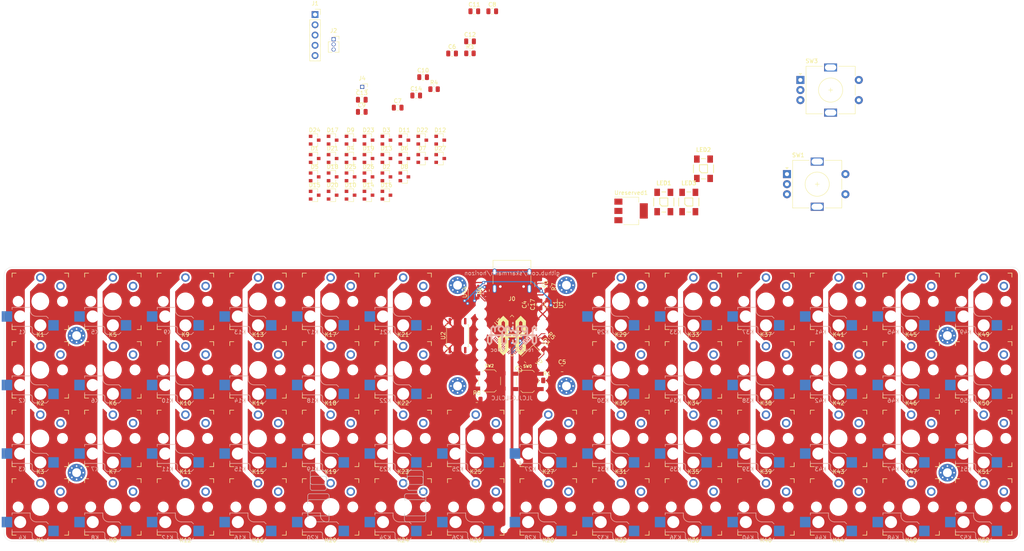
<source format=kicad_pcb>
(kicad_pcb (version 20211014) (generator pcbnew)
  (title_block (title "Horizon Choc") (date "2022-03-21") (rev "2.3") (company "skarrmann"))
  (layers (0 "F.Cu" signal) (31 "B.Cu" signal) (34 "B.Paste" user) (35 "F.Paste" user) (36 "B.SilkS" user "B.Silkscreen") (37 "F.SilkS" user "F.Silkscreen") (38 "B.Mask" user) (39 "F.Mask" user) (44 "Edge.Cuts" user))
  (net 0 "")
  (net 1 "Net-(D1-Pad2)")
  (net 2 "Net-(D2-Pad2)")
  (net 3 "Net-(D3-Pad2)")
  (net 4 "Net-(D4-Pad2)")
  (net 5 "Net-(D5-Pad2)")
  (net 6 "Net-(D6-Pad2)")
  (net 7 "Net-(D7-Pad2)")
  (net 8 "Net-(D8-Pad2)")
  (net 9 "Net-(D9-Pad2)")
  (net 10 "Net-(D10-Pad2)")
  (net 11 "Net-(D11-Pad2)")
  (net 12 "Net-(D12-Pad2)")
  (net 13 "Net-(D13-Pad2)")
  (net 14 "Net-(D14-Pad2)")
  (net 15 "Net-(D15-Pad2)")
  (net 16 "Net-(D16-Pad2)")
  (net 17 "Net-(D17-Pad2)")
  (net 18 "Net-(D18-Pad2)")
  (net 19 "Net-(D19-Pad2)")
  (net 20 "Net-(D20-Pad2)")
  (net 21 "Net-(D21-Pad2)")
  (net 22 "Net-(D22-Pad2)")
  (net 23 "Net-(D23-Pad2)")
  (net 24 "Net-(D24-Pad2)")
  (net 25 "Net-(D25-Pad2)")
  (net 26 "Net-(D26-Pad2)")
  (net 27 "Net-(D27-Pad2)")
  (net 28 "+5V")
  (net 29 "/XIN")
  (net 30 "Net-(C3-Pad1)")
  (net 31 "+3V3")
  (net 32 "+1V1")
  (net 33 "Net-(D1-Pad1)")
  (net 34 "ROW0")
  (net 35 "Net-(D2-Pad1)")
  (net 36 "Net-(D3-Pad1)")
  (net 37 "Net-(D4-Pad1)")
  (net 38 "Net-(D5-Pad1)")
  (net 39 "Net-(D6-Pad1)")
  (net 40 "Net-(D7-Pad1)")
  (net 41 "Net-(D8-Pad1)")
  (net 42 "Net-(D9-Pad1)")
  (net 43 "GND")
  (net 44 "COL1")
  (net 45 "COL2")
  (net 46 "COL3")
  (net 47 "COL4")
  (net 48 "COL5")
  (net 49 "COL6")
  (net 50 "ROW1")
  (net 51 "ROW2")
  (net 52 "ROW3")
  (net 53 "ROW4")
  (net 54 "Net-(H1-Pad1)")
  (net 55 "Net-(H2-Pad1)")
  (net 56 "Net-(H3-Pad1)")
  (net 57 "Net-(H4-Pad1)")
  (net 58 "Net-(D10-Pad1)")
  (net 59 "Net-(D11-Pad1)")
  (net 60 "Net-(D12-Pad1)")
  (net 61 "Net-(D13-Pad1)")
  (net 62 "Net-(D14-Pad1)")
  (net 63 "Net-(D15-Pad1)")
  (net 64 "Net-(D16-Pad1)")
  (net 65 "Net-(D17-Pad1)")
  (net 66 "COL9")
  (net 67 "COL10")
  (net 68 "COL11")
  (net 69 "COL12")
  (net 70 "COL13")
  (net 71 "COL14")
  (net 72 "COL7")
  (net 73 "COL8")
  (net 74 "Net-(H5-Pad1)")
  (net 75 "Net-(H6-Pad1)")
  (net 76 "Net-(H7-Pad1)")
  (net 77 "Net-(H8-Pad1)")
  (net 78 "Net-(D18-Pad1)")
  (net 79 "Net-(D19-Pad1)")
  (net 80 "Net-(D20-Pad1)")
  (net 81 "Net-(D21-Pad1)")
  (net 82 "Net-(D22-Pad1)")
  (net 83 "Net-(D23-Pad1)")
  (net 84 "Net-(D24-Pad1)")
  (net 85 "Net-(D25-Pad1)")
  (net 86 "Net-(D26-Pad1)")
  (net 87 "Net-(D27-Pad1)")
  (net 88 "VBUS")
  (net 89 "/USB_D+")
  (net 90 "Net-(J0-PadB5)")
  (net 92 "/USB_D-")
  (net 93 "Net-(J0-PadA5)")
  (net 95 "/RUN")
  (net 96 "/SWD")
  (net 97 "/SWCLK")
  (net 98 "LED_GLOW")
  (net 99 "/QSPI_SS")
  (net 100 "/~{USB_BOOT}")
  (net 101 "Net-(R3-Pad2)")
  (net 102 "Net-(R4-Pad2)")
  (net 103 "/XOUT")
  (net 104 "/QSPI_SD1")
  (net 105 "/QSPI_SD2")
  (net 106 "/QSPI_SD0")
  (net 107 "/QSPI_SCLK")
  (net 108 "/QSPI_SD3")
  (net 114 "COL0")
  (net 115 "/GPIO26_ADC0")
  (net 116 "/GPIO27_ADC1")
  (net 117 "/GPIO28_ADC2")
  (net 118 "/GPIO29_ADC3")
  (net 120 "Net-(LED1-Pad2)")
  (net 121 "ENC_2_RGT")
  (net 122 "ENC_2_LFT")
  (net 123 "Net-(LED2-Pad2)")
  (net 125 "ENC_1_RGT")
  (net 126 "ENC_1_LFT")
  (footprint "horizon-footprints:Mount_M2" (layer "F.Cu") (at 256 122)
    (fp_text reference "H4" hide)
    (fp_text value "Hole_Pad" hide)
  )
  (footprint "horizon-footprints:Mount_M2" (layer "F.Cu") (at 256 88)
    (fp_text reference "H2" hide)
    (fp_text value "Hole_Pad" hide)
  )
  (footprint "horizon-footprints:Mount_M2" (layer "F.Cu") (at 40 88)
    (fp_text reference "H1" hide)
    (fp_text value "Hole_Pad" hide)
  )
  (footprint "horizon-footprints:Mount_M2" (layer "F.Cu") (at 40 122)
    (fp_text reference "H3" hide)
    (fp_text value "Hole_Pad" hide)
  )
  (footprint "horizon-footprints:Mount_M2" (layer "F.Cu") (at 134.5 75.5)
    (fp_text reference "H5" hide)
    (fp_text value "Hole_Pad" hide)
  )
  (footprint "horizon-footprints:Mount_M2" (layer "F.Cu") (at 161.5 75.5)
    (fp_text reference "H6" hide)
    (fp_text value "Hole_Pad" hide)
  )
  (footprint "horizon-footprints:Mount_M2" (layer "F.Cu") (at 134.5 100.5)
    (fp_text reference "H7" hide)
    (fp_text value "Hole_Pad" hide)
  )
  (footprint "horizon-footprints:Mount_M2" (layer "F.Cu") (at 161.5 100.5)
    (fp_text reference "H8" hide)
    (fp_text value "Hole_Pad" hide)
  )
  (footprint "horizon-footprints:Logo_Horizon_H" (layer "F.Cu") (at 148 88)
    (fp_text reference "LOGO2" hide)
    (fp_text value "Logo-Top" hide)
  )
  (footprint "keyswitches:Kailh_socket_PG1350_optional" (layer "F.Cu") (at 49 130.5 180)
    (fp_text reference "K8")
    (fp_text value "KEYSW")
  )
  (footprint "keyswitches:Kailh_socket_PG1350_optional" (layer "F.Cu") (at 139 130.5 180)
    (fp_text reference "K26")
    (fp_text value "KEYSW")
  )
  (footprint "Capacitor_SMD:C_0805_2012Metric" (layer "F.Cu") (at 154.81 80.3 90)
    (fp_text reference "C17")
    (fp_text value "10u")
  )
  (footprint "Package_TO_SOT_SMD:SOT-23" (layer "F.Cu") (at 107.95 39.52)
    (fp_text reference "D9")
    (fp_text value "BAV70")
  )
  (footprint "keyswitches:Kailh_socket_PG1350_optional" (layer "F.Cu") (at 211 96.5 180)
    (fp_text reference "K38")
    (fp_text value "KEYSW")
  )
  (footprint "Capacitor_SMD:C_0805_2012Metric" (layer "F.Cu") (at 160.49 80.3 90)
    (fp_text reference "C1")
    (fp_text value "10u")
  )
  (footprint "Package_TO_SOT_SMD:SOT-23" (layer "F.Cu") (at 116.85 48.62)
    (fp_text reference "D2")
    (fp_text value "BAV70")
  )
  (footprint "Package_TO_SOT_SMD:SOT-23" (layer "F.Cu") (at 125.75 39.52)
    (fp_text reference "D22")
    (fp_text value "BAV70")
  )
  (footprint "keyswitches:Kailh_socket_PG1350_optional" (layer "F.Cu") (at 121 130.5 180)
    (fp_text reference "K24")
    (fp_text value "KEYSW")
  )
  (footprint "Keebio-Parts:RotaryEncoder_Alps_EC11E-Switch_Vertical_H20mm" (layer "F.Cu") (at 223.705 50.435)
    (fp_text reference "SW1")
    (fp_text value "RotaryEncoder_Switch")
  )
  (footprint "keyswitches:Kailh_socket_PG1350_optional" (layer "F.Cu") (at 139 113.5 180)
    (fp_text reference "K25")
    (fp_text value "KEYSW")
  )
  (footprint "Capacitor_SMD:C_0805_2012Metric" (layer "F.Cu") (at 125.95 23.89)
    (fp_text reference "C10")
    (fp_text value "1u")
  )
  (footprint "Package_TO_SOT_SMD:SOT-23" (layer "F.Cu") (at 125.75 44.07)
    (fp_text reference "D7")
    (fp_text value "BAV70")
  )
  (footprint "Capacitor_SMD:C_0805_2012Metric" (layer "F.Cu") (at 133.14 18.02)
    (fp_text reference "C6")
    (fp_text value "100n")
  )
  (footprint "Package_TO_SOT_SMD:SOT-23" (layer "F.Cu") (at 99.05 44.07)
    (fp_text reference "D1")
    (fp_text value "BAV70")
  )
  (footprint "Capacitor_SMD:C_0805_2012Metric" (layer "F.Cu") (at 155.24 90.66 -45)
    (fp_text reference "C3")
    (fp_text value "22pf")
  )
  (footprint "keyswitches:Kailh_socket_PG1350_optional" (layer "F.Cu") (at 175 113.5 180)
    (fp_text reference "K31")
    (fp_text value "KEYSW")
  )
  (footprint "Package_TO_SOT_SMD:SOT-23" (layer "F.Cu") (at 112.4 48.62)
    (fp_text reference "D26")
    (fp_text value "BAV70")
  )
  (footprint "Package_TO_SOT_SMD:SOT-23" (layer "F.Cu") (at 121.3 48.62)
    (fp_text reference "D8")
    (fp_text value "BAV70")
  )
  (footprint "Package_TO_SOT_SMD:SOT-23" (layer "F.Cu") (at 107.95 44.07)
    (fp_text reference "D4")
    (fp_text value "BAV70")
  )
  (footprint "Package_TO_SOT_SMD:SOT-23" (layer "F.Cu") (at 99.05 53.17)
    (fp_text reference "D15")
    (fp_text value "BAV70")
  )
  (footprint "Package_TO_SOT_SMD:SOT-23" (layer "F.Cu") (at 116.85 39.52)
    (fp_text reference "D3")
    (fp_text value "BAV70")
  )
  (footprint "Capacitor_SMD:C_0805_2012Metric" (layer "F.Cu") (at 110.74 29.49)
    (fp_text reference "C13")
    (fp_text value "100n")
  )
  (footprint "keyswitches:Kailh_socket_PG1350_optional" (layer "F.Cu") (at 67 96.5 180)
    (fp_text reference "K10")
    (fp_text value "KEYSW")
  )
  (footprint "Package_TO_SOT_SMD:SOT-23" (layer "F.Cu") (at 121.3 44.07)
    (fp_text reference "D6")
    (fp_text value "BAV70")
  )
  (footprint "keyswitches:Kailh_socket_PG1350_optional" (layer "F.Cu") (at 67 113.5 180)
    (fp_text reference "K11")
    (fp_text value "KEYSW")
  )
  (footprint "keyswitches:Kailh_socket_PG1350_optional" (layer "F.Cu") (at 211 113.5 180)
    (fp_text reference "K39")
    (fp_text value "KEYSW")
  )
  (footprint "keyswitches:Kailh_socket_PG1350_optional" (layer "F.Cu") (at 121 79.5 180)
    (fp_text reference "K21")
    (fp_text value "KEYSW")
  )
  (footprint "keyswitches:Kailh_socket_PG1350_optional" (layer "F.Cu") (at 175 96.5 180)
    (fp_text reference "K30")
    (fp_text value "KEYSW")
  )
  (footprint "Keebio-Parts:RotaryEncoder_Alps_EC11E-Switch_Vertical_H20mm" (layer "F.Cu") (at 227.03 27.09)
    (fp_text reference "SW3")
    (fp_text value "RotaryEncoder_Switch")
  )
  (footprint "Capacitor_SMD:C_0805_2012Metric" (layer "F.Cu") (at 143.1 7.55)
    (fp_text reference "C8")
    (fp_text value "1u")
  )
  (footprint "Resistor_SMD:R_0805_2012Metric" (layer "F.Cu") (at 141.62 76.82 90)
    (fp_text reference "R6")
    (fp_text value "5.1k")
  )
  (footprint "keyswitches:Kailh_socket_PG1350_optional" (layer "F.Cu") (at 121 96.5 180)
    (fp_text reference "K22")
    (fp_text value "KEYSW")
  )
  (footprint "Connector_PinSocket_1.27mm:PinSocket_1x03_P1.27mm_Vertical" (layer "F.Cu") (at 103.75 14.49)
    (fp_text reference "J2")
    (fp_text value "Conn_01x03_Male")
  )
  (footprint "Package_TO_SOT_SMD:SOT-23" (layer "F.Cu") (at 112.4 39.52)
    (fp_text reference "D23")
    (fp_text value "BAV70")
  )
  (footprint "keyswitches:Kailh_socket_PG1350_optional" (layer "F.Cu") (at 49 79.5 180)
    (fp_text reference "K5")
    (fp_text value "KEYSW")
  )
  (footprint "keyswitches:Kailh_socket_PG1350_optional" (layer "F.Cu") (at 265 130.5 180)
    (fp_text reference "K52")
    (fp_text value "KEYSW")
  )
  (footprint "Package_TO_SOT_SMD:SOT-23" (layer "F.Cu") (at 107.95 53.17)
    (fp_text reference "D10")
    (fp_text value "BAV70")
  )
  (footprint "keyswitches:Kailh_socket_PG1350_optional" (layer "F.Cu") (at 247 130.5 180)
    (fp_text reference "K48")
    (fp_text value "KEYSW")
  )
  (footprint "Keebio-Parts:SW_SPST_TL3342" (layer "F.Cu") (at 151.86 99.36)
    (fp_text reference "SW0")
    (fp_text value "RESET ")
  )
  (footprint "keyswitches:Kailh_socket_PG1350_optional" (layer "F.Cu") (at 247 113.5 180)
    (fp_text reference "K47")
    (fp_text value "KEYSW")
  )
  (footprint "Package_TO_SOT_SMD:SOT-23" (layer "F.Cu") (at 103.5 48.62)
    (fp_text reference "D18")
    (fp_text value "BAV70")
  )
  (footprint "Package_TO_SOT_SMD:SOT-23" (layer "F.Cu") (at 112.4 53.17)
    (fp_text reference "D14")
    (fp_text value "BAV70")
  )
  (footprint "keyswitches:Kailh_socket_PG1350_optional" (layer "F.Cu") (at 85 130.5 180)
    (fp_text reference "K16")
    (fp_text value "KEYSW")
  )
  (footprint "Capacitor_SMD:C_0805_2012Metric" (layer "F.Cu") (at 160.43 96.22)
    (fp_text reference "C5")
    (fp_text value "100n")
  )
  (footprint "keyswitches:Kailh_socket_PG1350_optional" (layer "F.Cu") (at 175 130.5 180)
    (fp_text reference "K32")
    (fp_text value "KEYSW")
  )
  (footprint "Resistor_SMD:R_0805_2012Metric" (layer "F.Cu") (at 139.27 103.87)
    (fp_text reference "R8")
    (fp_text value "10k")
  )
  (footprint "Connector_PinSocket_1.27mm:PinSocket_1x01_P1.27mm_Vertical" (layer "F.Cu") (at 110.84 26.31)
    (fp_text reference "J4")
    (fp_text value "Conn_01x01_Male")
  )
  (footprint "keyswitches:Kailh_socket_PG1350_optional" (layer "F.Cu") (at 31 79.5 180)
    (fp_text reference "K1")
    (fp_text value "KEYSW")
  )
  (footprint "keyswitches:Kailh_socket_PG1350_optional" (layer "F.Cu") (at 175 79.5 180)
    (fp_text reference "K29")
    (fp_text value "KEYSW")
  )
  (footprint "Package_TO_SOT_SMD:SOT-23" (layer "F.Cu") (at 99.05 39.52)
    (fp_text reference "D24")
    (fp_text value "BAV70")
  )
  (footprint "keyswitches:Kailh_socket_PG1350_optional" (layer "F.Cu") (at 229 79.5 180)
    (fp_text reference "K41")
    (fp_text value "KEYSW")
  )
  (footprint "Capacitor_SMD:C_0805_2012Metric" (layer "F.Cu") (at 138.65 7.55)
    (fp_text reference "C11")
    (fp_text value "100n")
  )
  (footprint "WS2812B:WS2812B" (layer "F.Cu") (at 191.85 54.86)
    (fp_text reference "LED3")
    (fp_text value "WS2812B" hide)
  )
  (footprint "Package_TO_SOT_SMD:SOT-23" (layer "F.Cu") (at 130.2 44.07)
    (fp_text reference "D27")
    (fp_text value "BAV70")
  )
  (footprint "Capacitor_SMD:C_0805_2012Metric" (layer "F.Cu") (at 124.24 28.44)
    (fp_text reference "C14")
    (fp_text value "100n")
  )
  (footprint "Package_TO_SOT_SMD:SOT-23" (layer "F.Cu") (at 130.2 39.52)
    (fp_text reference "D12")
    (fp_text value "BAV70")
  )
  (footprint "Package_TO_SOT_SMD:SOT-23" (layer "F.Cu") (at 116.85 53.17)
    (fp_text reference "D16")
    (fp_text value "BAV70")
  )
  (footprint "RP2040:RP2040-QFN-56" (layer "F.Cu") (at 148 88.01 45)
    (fp_text reference "U3")
    (fp_text value "RP2040")
  )
  (footprint "Package_TO_SOT_SMD:SOT-223-3_TabPin2" (layer "F.Cu") (at 177.54 57.07)
    (fp_text reference "Ureserved1")
    (fp_text value "larger footprint, more mA available")
  )
  (footprint "Resistor_SMD:R_0805_2012Metric" (layer "F.Cu") (at 156.65 89.22 -45)
    (fp_text reference "R5")
    (fp_text value "1k")
  )
  (footprint "keyswitches:Kailh_socket_PG1350_optional" (layer "F.Cu") (at 31 130.5 180)
    (fp_text reference "K4")
    (fp_text value "KEYSW")
  )
  (footprint "keyswitches:Kailh_socket_PG1350_optional" (layer "F.Cu") (at 193 79.5 180)
    (fp_text reference "K33")
    (fp_text value "KEYSW")
  )
  (footprint "keyswitches:Kailh_socket_PG1350_optional" (layer "F.Cu") (at 121 113.5 180)
    (fp_text reference "K23")
    (fp_text value "KEYSW")
  )
  (footprint "Capacitor_SMD:C_0805_2012Metric" (layer "F.Cu") (at 150.77 95.14 135)
    (fp_text reference "C2")
    (fp_text value "22pf")
  )
  (footprint "keyswitches:Kailh_socket_PG1350_optional" (layer "F.Cu") (at 49 96.5 180)
    (fp_text reference "K6")
    (fp_text value "KEYSW")
  )
  (footprint "marbastlib-choc-untested:STAB_choc_2u" (layer "F.Cu") (at 111.99 130.42)
    (fp_text reference "REF**" hide)
    (fp_text value "STAB_choc_2u" hide)
    (fp_line (start 9.35 1.8) (end 9.35 -2.7) (layer "Edge.Cuts") (width 0.12))
    (fp_line (start -14.65 1.8) (end -14.65 -2.7) (layer "Edge.Cuts") (width 0.12))
    (fp_line (start -9.35 1.8) (end -9.35 -2.7) (layer "Edge.Cuts") (width 0.12))
    (fp_line (start -14.15 -3.2) (end -9.85 -3.2) (layer "Edge.Cuts") (width 0.12))
    (fp_line (start 14 -6) (end 14 -8.5) (layer "Edge.Cuts") (width 0.12))
    (fp_line (start -13.5 -9) (end -10.5 -9) (layer "Edge.Cuts") (width 0.12))
    (fp_line (start 13.5 -5.5) (end 10.5 -5.5) (layer "Edge.Cuts") (width 0.12))
    (fp_line (start 13.5 -9) (end 10.5 -9) (layer "Edge.Cuts") (width 0.12))
    (fp_line (start 14.15 2.3) (end 9.85 2.3) (layer "Edge.Cuts") (width 0.12))
    (fp_line (start 14.15 -3.2) (end 9.85 -3.2) (layer "Edge.Cuts") (width 0.12))
    (fp_line (start -10 -6) (end -10 -8.5) (layer "Edge.Cuts") (width 0.12))
    (fp_line (start 14.65 1.8) (end 14.65 -2.7) (layer "Edge.Cuts") (width 0.12))
    (fp_line (start 10 -6) (end 10 -8.5) (layer "Edge.Cuts") (width 0.12))
    (fp_line (start -14 -6) (end -14 -8.5) (layer "Edge.Cuts") (width 0.12))
    (fp_line (start -13.5 -5.5) (end -10.5 -5.5) (layer "Edge.Cuts") (width 0.12))
    (fp_line (start -14.15 2.3) (end -9.85 2.3) (layer "Edge.Cuts") (width 0.12))
    (fp_arc (start 10.5 -5.5) (mid 10.146447 -5.646447) (end 10 -6) (layer "Edge.Cuts") (width 0.12))
    (fp_arc (start 14.15 -3.2) (mid 14.503553 -3.053553) (end 14.65 -2.7) (layer "Edge.Cuts") (width 0.12))
    (fp_arc (start -10.5 -9) (mid -10.146447 -8.853553) (end -10 -8.5) (layer "Edge.Cuts") (width 0.12))
    (fp_arc (start -9.35 1.8) (mid -9.496447 2.153553) (end -9.85 2.3) (layer "Edge.Cuts") (width 0.12))
    (fp_arc (start 14 -6) (mid 13.853553 -5.646447) (end 13.5 -5.5) (layer "Edge.Cuts") (width 0.12))
    (fp_arc (start 10 -8.5) (mid 10.146447 -8.853553) (end 10.5 -9) (layer "Edge.Cuts") (width 0.12))
    (fp_arc (start 9.35 -2.7) (mid 9.496447 -3.053553) (end 9.85 -3.2) (layer "Edge.Cuts") (width 0.12))
    (fp_arc (start -14.15 2.3) (mid -14.503553 2.153553) (end -14.65 1.8) (layer "Edge.Cuts") (width 0.12))
    (fp_arc (start -10 -6) (mid -10.146447 -5.646447) (end -10.5 -5.5) (layer "Edge.Cuts") (width 0.12))
    (fp_arc (start -14.65 -2.7) (mid -14.503553 -3.053553) (end -14.15 -3.2) (layer "Edge.Cuts") (width 0.12))
    (fp_arc (start -9.85 -3.2) (mid -9.496447 -3.053553) (end -9.35 -2.7) (layer "Edge.Cuts") (width 0.12))
    (fp_arc (start 13.5 -9) (mid 13.853553 -8.853553) (end 14 -8.5) (layer "Edge.Cuts") (width 0.12))
    (fp_arc (start 14.65 1.8) (mid 14.503553 2.153553) (end 14.15 2.3) (layer "Edge.Cuts") (width 0.12))
    (fp_arc (start -14 -8.5) (mid -13.853553 -8.853553) (end -13.5 -9) (layer "Edge.Cuts") (width 0.12))
    (fp_arc (start 9.85 2.3) (mid 9.496447 2.153553) (end 9.35 1.8) (layer "Edge.Cuts") (width 0.12))
    (fp_arc (start -13.5 -5.5) (mid -13.853553 -5.646447) (end -14 -6) (layer "Edge.Cuts") (width 0.12))
  )
  (footprint "keyswitches:Kailh_socket_PG1350_optional" (layer "F.Cu") (at 193 113.5 180)
    (fp_text reference "K35")
    (fp_text value "KEYSW")
  )
  (footprint "Capacitor_SMD:C_0805_2012Metric" (layer "F.Cu") (at 152.77 80.3 90)
    (fp_text reference "C4")
    (fp_text value "10u")
  )
  (footprint "keyswitches:Kailh_socket_PG1350_optional" (layer "F.Cu") (at 67 79.5 180)
    (fp_text reference "K9")
    (fp_text value "KEYSW")
  )
  (footprint "keyswitches:Kailh_socket_PG1350_optional" (layer "F.Cu") (at 193 96.5 180)
    (fp_text reference "K34")
    (fp_text value "KEYSW")
  )
  (footprint "keyswitches:Kailh_socket_PG1350_optional" (layer "F.Cu") (at 103 96.5 180)
    (fp_text reference "K18")
    (fp_text value "KEYSW")
  )
  (footprint "keyswitches:Kailh_socket_PG1350_optional" (layer "F.Cu") (at 211 79.5 180)
    (fp_text reference "K37")
    (fp_text value "KEYSW")
  )
  (footprint "keyswitches:Kailh_socket_PG1350_optional" (layer "F.Cu") (at 103 130.5 180)
    (fp_text reference "K20")
    (fp_text value "KEYSW")
  )
  (footprint "Package_TO_SOT_SMD:SOT-23" (layer "F.Cu") (at 103.5 44.07)
    (fp_text reference "D21")
    (fp_text value "BAV70")
  )
  (footprint "Package_TO_SOT_SMD:SOT-23" (layer "F.Cu") (at 107.95 48.62)
    (fp_text reference "D25")
    (fp_text value "BAV70")
  )
  (footprint "keyswitches:Kailh_socket_PG1350_optional" (layer "F.Cu") (at 247 96.5 180)
    (fp_text reference "K46")
    (fp_text value "KEYSW")
  )
  (footprint "Resistor_SMD:R_0805_2012Metric" (layer "F.Cu") (at 156.66 99.11)
    (fp_text reference "R1")
    (fp_text value "1k")
  )
  (footprint "Package_TO_SOT_SMD:SOT-23" (layer "F.Cu") (at 157.66 80.3 -90)
    (fp_text reference "U1")
    (fp_text value "XC6206 smaller footprint")
  )
  (footprint "Package_TO_SOT_SMD:SOT-23-6" (layer "F.Cu") (at 138.69 77.19 90)
    (fp_text reference "U44")
    (fp_text value "SRV05-4")
  )
  (footprint "keyswitches:Kailh_socket_PG1350_optional" (layer "F.Cu") (at 103 113.5 180)
    (fp_text reference "K19")
    (fp_text value "KEYSW")
  )
  (footprint "keyswitches:Kailh_socket_PG1350_optional" (layer "F.Cu") (at 265 96.5 180)
    (fp_text reference "K50")
    (fp_text value "KEYSW")
  )
  (footprint "keyswitches:Kailh_socket_PG1350_optional" (layer "F.Cu") (at 229 96.5 180)
    (fp_text reference "K42")
    (fp_text value "KEYSW")
  )
  (footprint "keyswitches:Kailh_socket_PG1350_optional" (layer "F.Cu") (at 31 96.5 180)
    (fp_text reference "K2")
    (fp_text value "KEYSW")
  )
  (footprint "Capacitor_SMD:C_0805_2012Metric" (layer "F.Cu") (at 110.74 32.5)
    (fp_text reference "C9")
    (fp_text value "100n")
  )
  (footprint "keyswitches:Kailh_socket_PG1350_optional" (layer "F.Cu") (at 31 113.5 180)
    (fp_text reference "K3")
    (fp_text value "KEYSW")
  )
  (footprint "keyswitches:Kailh_socket_PG1350_optional" (layer "F.Cu") (at 49 113.5 180)
    (fp_text reference "K7")
    (fp_text value "KEYSW")
  )
  (footprint "Package_TO_SOT_SMD:SOT-23" (layer "F.Cu") (at 121.3 39.52)
    (fp_text reference "D11")
    (fp_text value "BAV70")
  )
  (footprint "keyswitches:Kailh_socket_PG1350_optional" (layer "F.Cu") (at 265 79.5 180)
    (fp_text reference "K49")
    (fp_text value "KEYSW")
  )
  (footprint "Connector_USB:USB_C_Receptacle_HRO_TYPE-C-31-M-12" (layer "F.Cu") (at 147.99 73.23 180)
    (fp_text reference "J0")
    (fp_text value "USB_C_Receptacle_USB2.0")
  )
  (footprint "keyswitches:Kailh_socket_PG1350_optional" (layer "F.Cu") (at 193 130.5 180)
    (fp_text reference "K36")
    (fp_text value "KEYSW")
  )
  (footprint "keyswitches:Kailh_socket_PG1350_optional" (layer "F.Cu") (at 229 130.5 180)
    (fp_text reference "K44")
    (fp_text value "KEYSW")
  )
  (footprint "Package_TO_SOT_SMD:SOT-23" (layer "F.Cu") (at 103.5 53.17)
    (fp_text reference "D20")
    (fp_text value "BAV70")
  )
  (footprint "Resistor_SMD:R_0805_2012Metric" (layer "F.Cu") (at 156.75 75.89 -90)
    (fp_text reference "R7")
    (fp_text value "5.1k")
  )
  (footprint "keyswitches:Kailh_socket_PG1350_optional" (layer "F.Cu") (at 85 96.5 180)
    (fp_text reference "K14")
    (fp_text value "KEYSW")
  )
  (footprint "Package_TO_SOT_SMD:SOT-23" (layer "F.Cu") (at 103.5 39.52)
    (fp_text reference "D17")
    (fp_text value "BAV70")
  )
  (footprint "keyswitches:Kailh_socket_PG1350_optional" (layer "F.Cu") (at 85 79.5 180)
    (fp_text reference "K13")
    (fp_text value "KEYSW")
  )
  (footprint "Resistor_SMD:R_0805_2012Metric" (layer "F.Cu") (at 137.57 17.99)
    (fp_text reference "R3")
    (fp_text value "27")
  )
  (footprint "keyswitches:Kailh_socket_PG1350_optional" (layer "F.Cu") (at 157 113.5 180)
    (fp_text reference "K27")
    (fp_text value "KEYSW")
  )
  (footprint "keyswitches:Kailh_socket_PG1350_optional" (layer "F.Cu") (at 211 130.5 180)
    (fp_text reference "K40")
    (fp_text value "KEYSW")
  )
  (footprint "keyswitches:Kailh_socket_PG1350_optional" (layer "F.Cu") (at 265 113.5 180)
    (fp_text reference "K51")
    (fp_text value "KEYSW")
  )
  (footprint "keyswitches:Kailh_socket_PG1350_optional" (layer "F.Cu") (at 157 130.5 180)
    (fp_text reference "K28")
    (fp_text value "KEYSW")
  )
  (footprint "Package_TO_SOT_SMD:SOT-23" (layer "F.Cu") (at 112.4 44.07)
    (fp_text reference "D19")
    (fp_text value "BAV70")
  )
  (footprint "Connector_PinSocket_2.54mm:PinSocket_1x05_P2.54mm_Vertical" (layer "F.Cu") (at 99.15 8.37)
    (fp_text reference "J1")
    (fp_text value "BREAKOUT")
  )
  (footprint "keyswitches:Kailh_socket_PG1350_optional" (layer "F.Cu") (at 67 130.5 180)
    (fp_text reference "K12")
    (fp_text value "KEYSW")
  )
  (footprint "marbastlib-choc-untested:STAB_choc_2u" (layer "F.Cu") (at 111.9625 131.8875)
    (fp_text reference "REF**" hide)
    (fp_text value "STAB_choc_2u" hide)
    (fp_line (start 14 -6) (end 14 -8.5) (layer "Edge.Cuts") (width 0.12))
    (fp_line (start -10 -6) (end -10 -8.5) (layer "Edge.Cuts") (width 0.12))
    (fp_line (start 14.65 1.8) (end 14.65 -2.7) (layer "Edge.Cuts") (width 0.12))
    (fp_line (start 13.5 -5.5) (end 10.5 -5.5) (layer "Edge.Cuts") (width 0.12))
    (fp_line (start 14.15 2.3) (end 9.85 2.3) (layer "Edge.Cuts") (width 0.12))
    (fp_line (start -14.15 -3.2) (end -9.85 -3.2) (layer "Edge.Cuts") (width 0.12))
    (fp_line (start -9.35 1.8) (end -9.35 -2.7) (layer "Edge.Cuts") (width 0.12))
    (fp_line (start 10 -6) (end 10 -8.5) (layer "Edge.Cuts") (width 0.12))
    (fp_line (start -13.5 -5.5) (end -10.5 -5.5) (layer "Edge.Cuts") (width 0.12))
    (fp_line (start -14.15 2.3) (end -9.85 2.3) (layer "Edge.Cuts") (width 0.12))
    (fp_line (start -14.65 1.8) (end -14.65 -2.7) (layer "Edge.Cuts") (width 0.12))
    (fp_line (start 9.35 1.8) (end 9.35 -2.7) (layer "Edge.Cuts") (width 0.12))
    (fp_line (start -14 -6) (end -14 -8.5) (layer "Edge.Cuts") (width 0.12))
    (fp_line (start 13.5 -9) (end 10.5 -9) (layer "Edge.Cuts") (width 0.12))
    (fp_line (start 14.15 -3.2) (end 9.85 -3.2) (layer "Edge.Cuts") (width 0.12))
    (fp_line (start -13.5 -9) (end -10.5 -9) (layer "Edge.Cuts") (width 0.12))
    (fp_arc (start 10.5 -5.5) (mid 10.146447 -5.646447) (end 10 -6) (layer "Edge.Cuts") (width 0.12))
    (fp_arc (start -9.85 -3.2) (mid -9.496447 -3.053553) (end -9.35 -2.7) (layer "Edge.Cuts") (width 0.12))
    (fp_arc (start -14 -8.5) (mid -13.853553 -8.853553) (end -13.5 -9) (layer "Edge.Cuts") (width 0.12))
    (fp_arc (start 14.15 -3.2) (mid 14.503553 -3.053553) (end 14.65 -2.7) (layer "Edge.Cuts") (width 0.12))
    (fp_arc (start 13.5 -9) (mid 13.853553 -8.853553) (end 14 -8.5) (layer "Edge.Cuts") (width 0.12))
    (fp_arc (start -13.5 -5.5) (mid -13.853553 -5.646447) (end -14 -6) (layer "Edge.Cuts") (width 0.12))
    (fp_arc (start 14.65 1.8) (mid 14.503553 2.153553) (end 14.15 2.3) (layer "Edge.Cuts") (width 0.12))
    (fp_arc (start 14 -6) (mid 13.853553 -5.646447) (end 13.5 -5.5) (layer "Edge.Cuts") (width 0.12))
    (fp_arc (start 9.35 -2.7) (mid 9.496447 -3.053553) (end 9.85 -3.2) (layer "Edge.Cuts") (width 0.12))
    (fp_arc (start -10 -6) (mid -10.146447 -5.646447) (end -10.5 -5.5) (layer "Edge.Cuts") (width 0.12))
    (fp_arc (start -9.35 1.8) (mid -9.496447 2.153553) (end -9.85 2.3) (layer "Edge.Cuts") (width 0.12))
    (fp_arc (start 9.85 2.3) (mid 9.496447 2.153553) (end 9.35 1.8) (layer "Edge.Cuts") (width 0.12))
    (fp_arc (start 10 -8.5) (mid 10.146447 -8.853553) (end 10.5 -9) (layer "Edge.Cuts") (width 0.12))
    (fp_arc (start -10.5 -9) (mid -10.146447 -8.853553) (end -10 -8.5) (layer "Edge.Cuts") (width 0.12))
    (fp_arc (start -14.15 2.3) (mid -14.503553 2.153553) (end -14.65 1.8) (layer "Edge.Cuts") (width 0.12))
    (fp_arc (start -14.65 -2.7) (mid -14.503553 -3.053553) (end -14.15 -3.2) (layer "Edge.Cuts") (width 0.12))
  )
  (footprint "keyswitches:Kailh_socket_PG1350_optional" (layer "F.Cu") (at 103 79.5 180)
    (fp_text reference "K17")
    (fp_text value "KEYSW")
  )
  (footprint "Capacitor_SMD:C_0805_2012Metric" (layer "F.Cu") (at 137.59 15.01)
    (fp_text reference "C12")
    (fp_text value "100n")
  )
  (footprint "Crystal:Crystal_SMD_3225-4Pin_3.2x2.5mm" (layer "F.Cu") (at 153.01 92.9 -135)
    (fp_text reference "Y0")
    (fp_text value "12MHZ Crystal ")
  )
  (footprint "Package_SO:SOIC-8_5.23x5.23mm_P1.27mm" (layer "F.Cu") (at 134.49 88.01 90)
    (fp_text reference "U2")
    (fp_text value "W25Q128JVS")
  )
  (footprint "keyswitches:Kailh_socket_PG1350_optional" (layer "F.Cu") (at 85 113.5 180)
    (fp_text reference "K15")
    (fp_text value "KEYSW")
  )
  (footprint "Resistor_SMD:R_0805_2012Metric" (layer "F.Cu") (at 128.67 26.87)
    (fp_text reference "R4")
    (fp_text value "27")
  )
  (footprint "Keebio-Parts:SW_SPST_TL3342" (layer "F.Cu") (at 142.41 99.24)
    (fp_text reference "SW2")
    (fp_text value "RESET")
  )
  (footprint "keyswitches:Kailh_socket_PG1350_optional" (layer "F.Cu") (at 247 79.5 180)
    (fp_text reference "K45")
    (fp_text value "KEYSW")
  )
  (footprint "keyswitches:Kailh_socket_PG1350_optional" (layer "F.Cu") (at 229 113.5 180)
    (fp_text reference "K43")
    (fp_text value "KEYSW")
  )
  (footprint "Capacitor_SMD:C_0805_2012Metric" (layer "F.Cu") (at 119.64 31.45)
    (fp_text reference "C7")
    (fp_text value "100n")
  )
  (footprint "WS2812B:WS2812B" (layer "F.Cu") (at 195.5 46.61)
    (fp_text reference "LED2")
    (fp_text value "WS2812B" hide)
  )
  (footprint "Package_TO_SOT_SMD:SOT-23" (layer "F.Cu") (at 116.85 44.07)
    (fp_text reference "D13")
    (fp_text value "BAV70")
  )
  (footprint "Fuse:Fuse_1206_3216Metric" (layer "F.Cu") (at 154.58 75.29 -90)
    (fp_text reference "F0")
    (fp_text value "polyfuse")
  )
  (footprint "WS2812B:WS2812B" (layer "F.Cu") (at 185.65 54.86)
    (fp_text reference "LED1")
    (fp_text value "WS2812B" hide)
  )
  (footprint "Package_TO_SOT_SMD:SOT-23" (layer "F.Cu") (at 99.05 48.62)
    (fp_text reference "D5")
    (fp_text value "BAV70")
  )
  (footprint "horizon-footprints:Logo_Horizon_Small" (layer "B.Cu") (at 148 87.5 180)
    (fp_text reference "LOGO1" hide)
    (fp_text value "Logo-Bottom" hide)
  )
  (gr_line (start 22 137) (end 22 73) (layer "Edge.Cuts") (width 0.05))
  (gr_line (start 24 139) (end 272 139) (layer "Edge.Cuts") (width 0.05))
  (gr_arc (start 274 137) (mid 273.414214 138.414214) (end 272 139) (layer "Edge.Cuts") (width 0.05))
  (gr_arc (start 22 73) (mid 22.585786 71.585786) (end 24 71) (layer "Edge.Cuts") (width 0.05))
  (gr_line (start 24 71) (end 272 71) (layer "Edge.Cuts") (width 0.05))
  (gr_line (start 274 73) (end 274 137) (layer "Edge.Cuts") (width 0.05))
  (gr_arc (start 24 139) (mid 22.585786 138.414214) (end 22 137) (layer "Edge.Cuts") (width 0.05))
  (gr_arc (start 272 71) (mid 273.414214 71.585786) (end 274 73) (layer "Edge.Cuts") (width 0.05))
  (gr_text "JLCJLCJLCJLC" (at 148 103.5) (layer "B.SilkS") (effects (font (size 1 1)) (justify mirror)))
  (gr_text "rev2.3 | Choc" (at 148 91.5) (layer "B.SilkS") (effects (font (size 1 1)) (justify mirror)))
  (gr_text "github.com/skarrmann/horizon" (at 148 72.5) (layer "B.SilkS") (effects (font (size 1 1)) (justify mirror)))
  (segment (start 160.49 81.25) (end 157.71 81.25) (width 0.3) (layer "F.Cu") (net 28))
  (segment (start 157.66 81.3) (end 157.66 80.45) (width 0.3) (layer "F.Cu") (net 28))
  (segment (start 157.71 81.25) (end 157.66 81.3) (width 0.3) (layer "F.Cu") (net 28))
  (segment (start 138.69 75.17) (end 139.02972 74.83028) (width 0.3) (layer "F.Cu") (net 28))
  (segment (start 157.66 80.45) (end 157.65 80.44) (width 0.3) (layer "F.Cu") (net 28))
  (segment (start 139.02972 74.83028) (end 140.929412 74.83028) (width 0.3) (layer "F.Cu") (net 28))
  (segment (start 138.69 76.0525) (end 138.69 75.17) (width 0.3) (layer "F.Cu") (net 28))
  (via (at 140.929412 74.83028) (size 0.8) (drill 0.4) (layers "F.Cu" "B.Cu") (net 28))
  (via (at 136.25 79.35) (size 0.8) (drill 0.4) (layers "F.Cu" "B.Cu") (net 28))
  (via (at 157.65 80.44) (size 0.8) (drill 0.4) (layers "F.Cu" "B.Cu") (net 28))
  (via (at 155.24 76.89) (size 0.8) (drill 0.4) (layers "F.Cu" "B.Cu") (net 28))
  (segment (start 152.97 74.62) (end 141.182894 74.62) (width 0.3) (layer "B.Cu") (net 28))
  (segment (start 155.24 76.89) (end 152.97 74.62) (width 0.3) (layer "B.Cu") (net 28))
  (segment (start 136.452894 79.35) (end 136.25 79.35) (width 0.3) (layer "B.Cu") (net 28))
  (segment (start 155.24 76.89) (end 157.65 79.3) (width 0.3) (layer "B.Cu") (net 28))
  (segment (start 157.65 79.3) (end 157.65 80.44) (width 0.3) (layer "B.Cu") (net 28))
  (segment (start 140.972614 74.83028) (end 141.182894 74.62) (width 0.25) (layer "B.Cu") (net 28))
  (segment (start 141.182894 74.62) (end 136.452894 79.35) (width 0.3) (layer "B.Cu") (net 28))
  (segment (start 140.929412 74.83028) (end 140.972614 74.83028) (width 0.25) (layer "B.Cu") (net 28))
  (segment (start 150.006415 90.864944) (end 150.320735 91.179265) (width 0.2) (layer "F.Cu") (net 29))
  (segment (start 150.320735 91.179265) (end 150.561471 91.42) (width 0.2) (layer "F.Cu") (net 29))
  (segment (start 152.850381 92.750381) (end 152.850381 93.090381) (width 0.2) (layer "F.Cu") (net 29))
  (segment (start 152.850381 93.090381) (end 152.850381 94.2617) (width 0.2) (layer "F.Cu") (net 29))
  (segment (start 151.441751 95.67033) (end 151.441751 95.811751) (width 0.2) (layer "F.Cu") (net 29))
  (segment (start 150.320735 91.179265) (end 150.85147 91.71) (width 0.2) (layer "F.Cu") (net 29))
  (segment (start 152.833223 94.278858) (end 151.441751 95.67033) (width 0.2) (layer "F.Cu") (net 29))
  (segment (start 150.85147 91.71) (end 151.81 91.71) (width 0.2) (layer "F.Cu") (net 29))
  (segment (start 152.850381 94.2617) (end 152.833223 94.278858) (width 0.2) (layer "F.Cu") (net 29))
  (segment (start 151.81 91.71) (end 152.850381 92.750381) (width 0.2) (layer "F.Cu") (net 29))
  (segment (start 157.295235 89.865235) (end 154.691263 89.865235) (width 0.2) (layer "F.Cu") (net 30))
  (segment (start 154.568249 90.13967) (end 153.186777 91.521142) (width 0.2) (layer "F.Cu") (net 30))
  (segment (start 154.568249 89.988249) (end 154.568249 90.13967) (width 0.2) (layer "F.Cu") (net 30))
  (segment (start 154.691263 89.865235) (end 154.568249 89.988249) (width 0.2) (layer "F.Cu") (net 30))
  (segment (start 147.850538 83.540538) (end 147.850538 82.019462) (width 0.3) (layer "F.Cu") (net 31))
  (segment (start 152.77 81.25) (end 148.62 81.25) (width 0.3) (layer "F.Cu") (net 31))
  (segment (start 148.050843 83.740843) (end 148.521492 83.740843) (width 0.3) (layer "F.Cu") (net 31))
  (segment (start 154.81 81.25) (end 152.77 81.25) (width 0.3) (layer "F.Cu") (net 31))
  (segment (start 150.572101 90.299258) (end 151.182843 90.91) (width 0.2) (layer "F.Cu") (net 31))
  (segment (start 152.382157 90.422157) (end 154.277157 88.527157) (width 0.2) (layer "F.Cu") (net 31))
  (segment (start 151.894314 90.91) (end 152.382157 90.422157) (width 0.2) (layer "F.Cu") (net 31))
  (segment (start 151.41 90.91) (end 151.894314 90.91) (width 0.2) (layer "F.Cu") (net 31))
  (segment (start 148.050843 83.740843) (end 147.850538 83.540538) (width 0.3) (layer "F.Cu") (net 31))
  (segment (start 148.521492 83.740843) (end 148.556847 83.705488) (width 0.3) (layer "F.Cu") (net 31))
  (segment (start 154.277157 88.527157) (end 155.283363 87.520951) (width 0.2) (layer "F.Cu") (net 31))
  (segment (start 150.892843 90.62) (end 150.9 90.62) (width 0.2) (layer "F.Cu") (net 31))
  (segment (start 152.382157 90.422157) (end 152.597157 90.207157) (width 0.2) (layer "F.Cu") (net 31))
  (segment (start 150.572101 90.299258) (end 150.892843 90.62) (width 0.2) (layer "F.Cu") (net 31))
  (segment (start 151.182843 90.91) (end 151.41 90.91) (width 0.2) (layer "F.Cu") (net 31))
  (segment (start 147.407798 83.740843) (end 148.050843 83.740843) (width 0.3) (layer "F.Cu") (net 31))
  (segment (start 155.283363 87.520951) (end 156.2 87.520951) (width 0.2) (layer "F.Cu") (net 31))
  (segment (start 148.62 81.25) (end 147.850538 82.019462) (width 0.3) (layer "F.Cu") (net 31))
  (segment (start 156.71 79.35) (end 154.81 81.25) (width 0.3) (layer "F.Cu") (net 31))
  (segment (start 156.71 79.3) (end 156.71 79.35) (width 0.3) (layer "F.Cu") (net 31))
  (segment (start 143.25 75.94) (end 143.67 76.36) (width 0.3) (layer "F.Cu") (net 43))
  (segment (start 141.16 75.94) (end 143.25 75.94) (width 0.3) (layer "F.Cu") (net 43))
  (segment (start 138.7 78.3375) (end 138.69 78.3275) (width 0.3) (layer "F.Cu") (net 43))
  (segment (start 156.9275 76.8025) (end 157.84 75.89) (width 0.22) (layer "F.Cu") (net 43))
  (segment (start 157.1825 76.8025) (end 156.75 76.8025) (width 0.3) (layer "F.Cu") (net 43))
  (segment (start 151.24 77.275) (end 151.24 77.4305) (width 0.3) (layer "F.Cu") (net 43))
  (segment (start 154.388858 94.131142) (end 154.388858 92.723223) (width 0.2) (layer "F.Cu") (net 43))
  (segment (start 151.631142 93.076777) (end 150.23967 94.468249) (width 0.2) (layer "F.Cu") (net 43))
  (segment (start 150.098249 95.998249) (end 151.07 96.97) (width 0.2) (layer "F.Cu") (net 43))
  (segment (start 152.155 76.36) (end 151.24 77.275) (width 0.3) (layer "F.Cu") (net 43))
  (segment (start 158.355 77.975) (end 159.73 79.35) (width 0.3) (layer "F.Cu") (net 43))
  (segment (start 156.08 72.18) (end 152.31 72.18) (width 0.22) (layer "F.Cu") (net 43))
  (segment (start 152.31 76.36) (end 152.155 76.36) (width 0.3) (layer "F.Cu") (net 43))
  (segment (start 158.61 79.3) (end 158.61 78.23) (width 0.3) (layer "F.Cu") (net 43))
  (segment (start 141.16 75.94) (end 141.5875 75.94) (width 0.3) (layer "F.Cu") (net 43))
  (segment (start 157.84 73.94) (end 156.08 72.18) (width 0.22) (layer "F.Cu") (net 43))
  (segment (start 153.410538 77.91) (end 155.6425 77.91) (width 0.3) (layer "F.Cu") (net 43))
  (segment (start 155.6425 77.91) (end 156.75 76.8025) (width 0.3) (layer "F.Cu") (net 43))
  (segment (start 156.75 76.8025) (end 156.9275 76.8025) (width 0.22) (layer "F.Cu") (net 43))
  (segment (start 141.5875 75.94) (end 141.62 75.9075) (width 0.3) (layer "F.Cu") (net 43))
  (segment (start 150.395786 91.82) (end 150.395786 91.841421) (width 0.2) (layer "F.Cu") (net 43))
  (segment (start 143.67 72.18) (end 143.67 76.205) (width 0.3) (layer "F.Cu") (net 43))
  (segment (start 155.911751 92.608249) (end 155.911751 91.331751) (width 0.2) (layer "F.Cu") (net 43))
  (segment (start 154.19 94.33) (end 154.388858 94.131142) (width 0.2) (layer "F.Cu") (net 43))
  (segment (start 152.77 78.550538) (end 153.410538 77.91) (width 0.3) (layer "F.Cu") (net 43))
  (segment (start 150.098249 94.468249) (end 150.098249 95.998249) (width 0.2) (layer "F.Cu") (net 43))
  (segment (start 152.77 79.35) (end 152.77 78.550538) (width 0.3) (layer "F.Cu") (net 43))
  (segment (start 157.84 75.89) (end 157.84 73.94) (width 0.22) (layer "F.Cu") (net 43))
  (segment (start 152.77 79.35) (end 154.81 79.35) (width 0.3) (layer "F.Cu") (net 43))
  (segment (start 159.73 79.35) (end 160.49 79.35) (width 0.3) (layer "F.Cu") (net 43))
  (segment (start 151.55 96.97) (end 154.19 94.33) (width 0.2) (layer "F.Cu") (net 43))
  (segment (start 143.67 76.205) (end 144.74 77.275) (width 0.3) (layer "F.Cu") (net 43))
  (segment (start 158.61 78.23) (end 158.355 77.975) (width 0.3) (layer "F.Cu") (net 43))
  (segment (start 158.355 77.975) (end 157.1825 76.8025) (width 0.3) (layer "F.Cu") (net 43))
  (segment (start 138.7 79.32) (end 138.7 78.3375) (width 0.3) (layer "F.Cu") (net 43))
  (segment (start 150.395786 91.841421) (end 151.631142 93.076777) (width 0.2) (layer "F.Cu") (net 43))
  (segment (start 149.723573 91.147786) (end 150.395786 91.82) (width 0.2) (layer "F.Cu") (net 43))
  (segment (start 150.23967 94.468249) (end 150.098249 94.468249) (width 0.2) (layer "F.Cu") (net 43))
  (segment (start 154.19 94.33) (end 155.911751 92.608249) (width 0.2) (layer "F.Cu") (net 43))
  (segment (start 151.07 96.97) (end 151.55 96.97) (width 0.2) (layer "F.Cu") (net 43))
  (via (at 138.7 79.32) (size 0.8) (drill 0.4) (layers "F.Cu" "B.Cu") (net 43))
  (via (at 141.16 75.94) (size 0.8) (drill 0.4) (layers "F.Cu" "B.Cu") (net 43))
  (segment (start 141.16 75.94) (end 140.57 75.94) (width 0.3) (layer "B.Cu") (net 43))
  (segment (start 152.31 72.18) (end 143.67 72.18) (width 0.22) (layer "B.Cu") (net 43))
  (segment (start 140.57 75.94) (end 138.7 77.81) (width 0.3) (layer "B.Cu") (net 43))
  (segment (start 138.7 77.81) (end 138.7 79.32) (width 0.3) (layer "B.Cu") (net 43))
  (segment (start 146.175307 75.78) (end 145.54 76.415307) (width 0.3) (layer "F.Cu") (net 88))
  (segment (start 149.76 75.78) (end 148.85 75.78) (width 0.3) (layer "F.Cu") (net 88))
  (segment (start 151.59 73.89) (end 154.58 73.89) (width 0.3) (layer "F.Cu") (net 88))
  (segment (start 147.87 75.78) (end 146.175307 75.78) (width 0.3) (layer "F.Cu") (net 88))
  (segment (start 147.87 75.78) (end 149.78 75.78) (width 0.3) (layer "F.Cu") (net 88))
  (segment (start 149.7 75.78) (end 151.59 73.89) (width 0.3) (layer "F.Cu") (net 88))
  (segment (start 145.54 76.415307) (end 145.54 77.275) (width 0.3) (layer "F.Cu") (net 88))
  (segment (start 148.85 75.78) (end 147.87 75.78) (width 0.3) (layer "F.Cu") (net 88))
  (segment (start 148.85 75.78) (end 149.7 75.78) (width 0.3) (layer "F.Cu") (net 88))
  (segment (start 150.44 77.275) (end 150.44 76.46) (width 0.3) (layer "F.Cu") (net 88))
  (segment (start 150.44 76.46) (end 149.76 75.78) (width 0.3) (layer "F.Cu") (net 88))
  (segment (start 139.77 77.29) (end 137.33 77.29) (width 0.22) (layer "F.Cu") (net 89))
  (segment (start 147.24 78.27) (end 147.31 78.34) (width 0.22) (layer "F.Cu") (net 89))
  (segment (start 147.24 78.27) (end 146.54 78.97) (width 0.22) (layer "F.Cu") (net 89))
  (segment (start 141.35304 78.97) (end 140.53 78.14696) (width 0.22) (layer "F.Cu") (net 89))
  (segment (start 136.99 77.63) (end 136.99 79.14) (width 0.22) (layer "F.Cu") (net 89))
  (segment (start 140.53 77.87) (end 140.53 76.9425) (width 0.22) (layer "F.Cu") (net 89))
  (segment (start 140.53 77.87) (end 139.95 77.29) (width 0.22) (layer "F.Cu") (net 89))
  (segment (start 148.24 78.1) (end 148.24 77.275) (width 0.22) (layer "F.Cu") (net 89))
  (segment (start 139.95 77.29) (end 139.77 77.29) (width 0.22) (layer "F.Cu") (net 89))
  (segment (start 146.54 78.97) (end 141.35304 78.97) (width 0.22) (layer "F.Cu") (net 89))
  (segment (start 147.31 78.34) (end 148 78.34) (width 0.22) (layer "F.Cu") (net 89))
  (segment (start 136.99 80.022381) (end 136.984438 80.027943) (width 0.22) (layer "F.Cu") (net 89))
  (segment (start 137.11 77.51) (end 136.99 77.63) (width 0.22) (layer "F.Cu") (net 89))
  (segment (start 137.33 77.29) (end 137.11 77.51) (width 0.22) (layer "F.Cu") (net 89))
  (segment (start 140.53 76.9425) (end 139.64 76.0525) (width 0.22) (layer "F.Cu") (net 89))
  (segment (start 148 78.34) (end 148.24 78.1) (width 0.22) (layer "F.Cu") (net 89))
  (segment (start 140.53 78.14696) (end 140.53 77.87) (width 0.22) (layer "F.Cu") (net 89))
  (segment (start 136.99 79.14) (end 136.99 80.022381) (width 0.22) (layer "F.Cu") (net 89))
  (segment (start 147.24 77.275) (end 147.24 78.27) (width 0.22) (layer "F.Cu") (net 89))
  (via (at 136.984438 80.027943) (size 0.8) (drill 0.4) (layers "F.Cu" "B.Cu") (net 89))
  (segment (start 145.91 78.55) (end 142.4375 78.55) (width 0.22) (layer "F.Cu") (net 90))
  (segment (start 142.4375 78.55) (end 141.62 77.7325) (width 0.22) (layer "F.Cu") (net 90))
  (segment (start 146.24 77.275) (end 146.24 78.22) (width 0.22) (layer "F.Cu") (net 90))
  (segment (start 146.24 78.22) (end 145.91 78.55) (width 0.22) (layer "F.Cu") (net 90))
  (segment (start 147.66 79.39) (end 141.17907 79.39) (width 0.22) (layer "F.Cu") (net 92))
  (segment (start 148.74 77.275) (end 148.74 78.31) (width 0.22) (layer "F.Cu") (net 92))
  (segment (start 140.11657 78.3275) (end 139.64 78.3275) (width 0.22) (layer "F.Cu") (net 92))
  (segment (start 147.74 76.28) (end 147.74 77.275) (width 0.22) (layer "F.Cu") (net 92))
  (segment (start 141.17907 79.39) (end 140.11657 78.3275) (width 0.22) (layer "F.Cu") (net 92))
  (segment (start 148.7 76.24) (end 147.78 76.24) (width 0.22) (layer "F.Cu") (net 92))
  (segment (start 147.78 76.24) (end 147.74 76.28) (width 0.22) (layer "F.Cu") (net 92))
  (segment (start 148.74 76.28) (end 148.7 76.24) (width 0.22) (layer "F.Cu") (net 92))
  (segment (start 148.74 77.275) (end 148.74 76.28) (width 0.22) (layer "F.Cu") (net 92))
  (segment (start 148.74 78.31) (end 147.66 79.39) (width 0.22) (layer "F.Cu") (net 92))
  (segment (start 156.7175 75.01) (end 156.75 74.9775) (width 0.22) (layer "F.Cu") (net 93))
  (segment (start 149.49 78.55) (end 152.12 78.55) (width 0.22) (layer "F.Cu") (net 93))
  (segment (start 152.12 78.55) (end 153.27 77.4) (width 0.22) (layer "F.Cu") (net 93))
  (segment (start 149.24 78.3) (end 149.49 78.55) (width 0.22) (layer "F.Cu") (net 93))
  (segment (start 153.27 76.20804) (end 154.46804 75.01) (width 0.22) (layer "F.Cu") (net 93))
  (segment (start 149.24 77.275) (end 149.24 78.3) (width 0.22) (layer "F.Cu") (net 93))
  (segment (start 154.46804 75.01) (end 156.7175 75.01) (width 0.22) (layer "F.Cu") (net 93))
  (segment (start 153.27 77.4) (end 153.27 76.20804) (width 0.22) (layer "F.Cu") (net 93))
  (segment (start 151.18 88.644415) (end 151.18 88.57) (width 0.2) (layer "F.Cu") (net 95))
  (segment (start 151.402792 88.867207) (end 151.18 88.644415) (width 0.2) (layer "F.Cu") (net 95))
  (segment (start 151.703472 89.167887) (end 151.402792 88.867207) (width 0.2) (layer "F.Cu") (net 95))
  (segment (start 150.67 88.700101) (end 150.67 87.39) (width 0.2) (layer "F.Cu") (net 96))
  (segment (start 151.420629 89.45073) (end 150.67 88.700101) (width 0.2) (layer "F.Cu") (net 96))
  (via (at 150.67 87.39) (size 0.8) (drill 0.4) (layers "F.Cu" "B.Cu") (net 96))
  (segment (start 148.42 91.89995) (end 148.42 92.2) (width 0.2) (layer "B.Cu") (net 96))
  (segment (start 150.74 87.46) (end 150.74 89.57995) (width 0.2) (layer "B.Cu") (net 96))
  (segment (start 150.74 89.57995) (end 150.394975 89.924975) (width 0.2) (layer "B.Cu") (net 96))
  (segment (start 150.67 87.39) (end 150.74 87.46) (width 0.2) (layer "B.Cu") (net 96))
  (segment (start 150.394975 89.924975) (end 148.42 91.89995) (width 0.2) (layer "B.Cu") (net 96))
  (segment (start 151.137786 89.733573) (end 150.694213 89.29) (width 0.2) (layer "F.Cu") (net 97))
  (segment (start 150.694213 89.29) (end 150.04 89.29) (width 0.2) (layer "F.Cu") (net 97))
  (via (at 150.04 89.29) (size 0.8) (drill 0.4) (layers "F.Cu" "B.Cu") (net 97))
  (segment (start 148.02 91.31) (end 148.02 92.54) (width 0.2) (layer "B.Cu") (net 97))
  (segment (start 150.04 89.29) (end 148.02 91.31) (width 0.2) (layer "B.Cu") (net 97))
  (segment (start 152.06 91.31) (end 154.795235 88.574765) (width 0.2) (layer "F.Cu") (net 103))
  (segment (start 150.289258 90.582101) (end 151.017157 91.31) (width 0.2) (layer "F.Cu") (net 103))
  (segment (start 154.795235 88.574765) (end 156.004765 88.574765) (width 0.2) (layer "F.Cu") (net 103))
  (segment (start 151.017157 91.31) (end 152.06 91.31) (width 0.2) (layer "F.Cu") (net 103))
  (zone (net 43) (net_name "GND") (layer "F.Cu") (connect_pads (clearance 0.5)) (min_thickness 0.25) (fill yes (thermal_gap 0.5) (thermal_bridge_width 0.3))
    (polygon (pts (xy 21 70) (xy 21 140) (xy 275 140) (xy 275 70)))
  )
)
</source>
